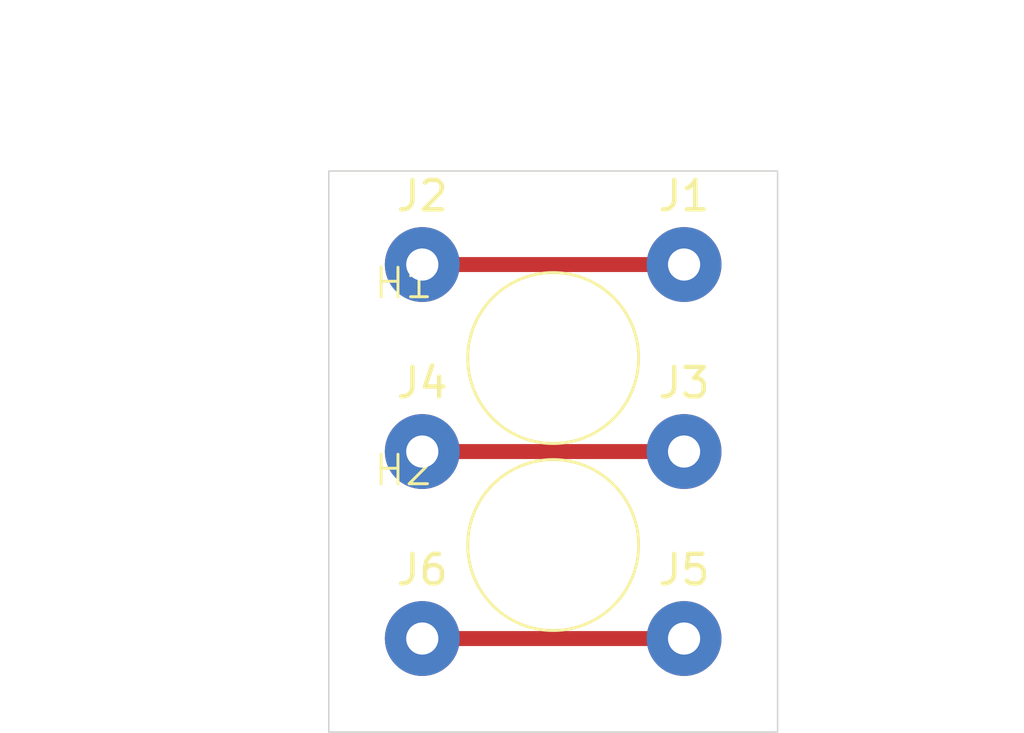
<source format=kicad_pcb>
(kicad_pcb (version 20240108) (generator "pcbnew") (generator_version "8.0")
  (layers (0 "F.Cu" signal) (31 "B.Cu" signal) (34 "B.Paste" user) (35 "F.Paste" user) (36 "B.SilkS" user "B.Silkscreen") (37 "F.SilkS" user "F.Silkscreen") (38 "B.Mask" user) (39 "F.Mask" user) (44 "Edge.Cuts" user))
  (net 0 "")
  (net 1 "Net-(J1-Pin_1)")
  (net 2 "Net-(J3-Pin_1)")
  (net 3 "Net-(J5-Pin_1)")
  (footprint "my-conn-pad:PinHeader_1x01_P2.54mm_Vertical" (layer "F.Cu") (at 67.945 66.675)
    (property "Reference" "J5" (at 0 -2.33 0) (layer "F.SilkS"))
    (property "Value" "Conn_01x01")
    (pad "1" thru_hole circle (at 0 0) (size 2.54 2.54) (drill 1.0922) (layers "*.Cu" "*.Mask") (net 3 "Net-(J5-Pin_1)"))
  )
  (footprint "my_mtg_hole:hole-440-nopad" (layer "F.Cu") (at 63.5 57.15)
    (property "Reference" "H1" (at -5.08 -2.54 0) (layer "F.SilkS") (effects (font (thickness 0.1))))
    (property "Value" "MountingHole")
    (fp_circle (center 0 0) (end 1.143 2.667) (stroke (width 0.1)) (fill none) (layer "F.SilkS"))
    (pad "" np_thru_hole circle (at 0 0) (size 1.524 1.524) (drill 3.2512) (layers "F&B.Cu" "*.Mask"))
  )
  (footprint "my-conn-pad:PinHeader_1x01_P2.54mm_Vertical" (layer "F.Cu") (at 67.945 60.325)
    (property "Reference" "J3" (at 0 -2.33 0) (layer "F.SilkS"))
    (property "Value" "Conn_01x01")
    (pad "1" thru_hole circle (at 0 0) (size 2.54 2.54) (drill 1.0922) (layers "*.Cu" "*.Mask") (net 2 "Net-(J3-Pin_1)"))
  )
  (footprint "my-conn-pad:PinHeader_1x01_P2.54mm_Vertical" (layer "F.Cu") (at 59.055 53.975)
    (property "Reference" "J2" (at 0 -2.33 0) (layer "F.SilkS"))
    (property "Value" "Conn_01x01")
    (pad "1" thru_hole circle (at 0 0) (size 2.54 2.54) (drill 1.0922) (layers "*.Cu" "*.Mask") (net 1 "Net-(J1-Pin_1)"))
  )
  (footprint "my-conn-pad:PinHeader_1x01_P2.54mm_Vertical" (layer "F.Cu") (at 59.055 66.675)
    (property "Reference" "J6" (at 0 -2.33 0) (layer "F.SilkS"))
    (property "Value" "Conn_01x01")
    (pad "1" thru_hole circle (at 0 0) (size 2.54 2.54) (drill 1.0922) (layers "*.Cu" "*.Mask") (net 3 "Net-(J5-Pin_1)"))
  )
  (footprint "my-conn-pad:PinHeader_1x01_P2.54mm_Vertical" (layer "F.Cu") (at 67.945 53.975)
    (property "Reference" "J1" (at 0 -2.33 0) (layer "F.SilkS"))
    (property "Value" "Conn_01x01")
    (pad "1" thru_hole circle (at 0 0) (size 2.54 2.54) (drill 1.0922) (layers "*.Cu" "*.Mask") (net 1 "Net-(J1-Pin_1)"))
  )
  (footprint "my_mtg_hole:hole-440-nopad" (layer "F.Cu") (at 63.5 63.5)
    (property "Reference" "H2" (at -5.08 -2.54 0) (layer "F.SilkS") (effects (font (thickness 0.1))))
    (property "Value" "MountingHole")
    (fp_circle (center 0 0) (end 1.143 2.667) (stroke (width 0.1)) (fill none) (layer "F.SilkS"))
    (pad "" np_thru_hole circle (at 0 0) (size 1.524 1.524) (drill 3.2512) (layers "F&B.Cu" "*.Mask"))
  )
  (footprint "my-conn-pad:PinHeader_1x01_P2.54mm_Vertical" (layer "F.Cu") (at 59.055 60.325)
    (property "Reference" "J4" (at 0 -2.33 0) (layer "F.SilkS"))
    (property "Value" "Conn_01x01")
    (pad "1" thru_hole circle (at 0 0) (size 2.54 2.54) (drill 1.0922) (layers "*.Cu" "*.Mask") (net 2 "Net-(J3-Pin_1)"))
  )
  (gr_line (start 55.88 50.8) (end 71.12 50.8) (stroke (width 0.05)) (layer "Edge.Cuts"))
  (gr_line (start 71.12 50.8) (end 71.12 69.85) (stroke (width 0.05)) (layer "Edge.Cuts"))
  (gr_line (start 71.12 69.85) (end 55.88 69.85) (stroke (width 0.05)) (layer "Edge.Cuts"))
  (gr_line (start 55.88 69.85) (end 55.88 50.8) (stroke (width 0.05)) (layer "Edge.Cuts"))
  (segment (start 59.055 53.975) (end 67.945 53.975) (width 0.508) (layer "F.Cu") (net 1))
  (segment (start 59.055 60.325) (end 67.945 60.325) (width 0.508) (layer "F.Cu") (net 2))
  (segment (start 59.055 66.675) (end 67.945 66.675) (width 0.508) (layer "F.Cu") (net 3))
)
</source>
